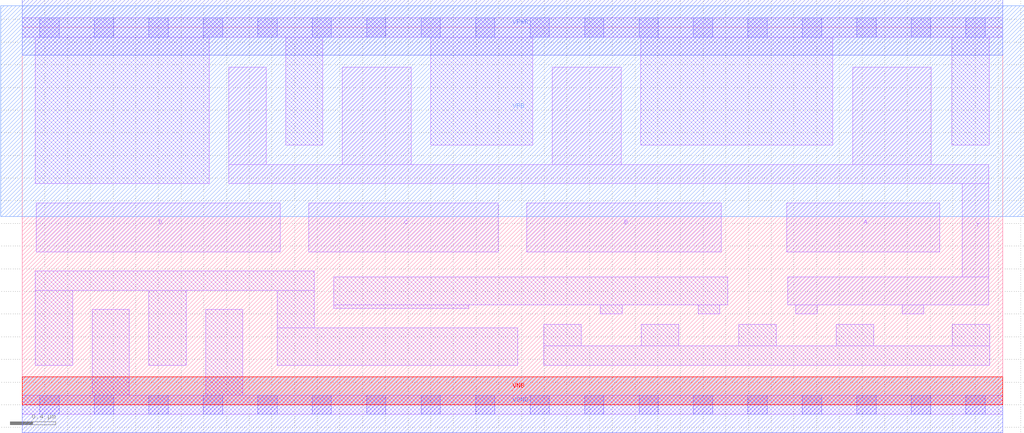
<source format=lef>
# Copyright 2020 The SkyWater PDK Authors
#
# Licensed under the Apache License, Version 2.0 (the "License");
# you may not use this file except in compliance with the License.
# You may obtain a copy of the License at
#
#     https://www.apache.org/licenses/LICENSE-2.0
#
# Unless required by applicable law or agreed to in writing, software
# distributed under the License is distributed on an "AS IS" BASIS,
# WITHOUT WARRANTIES OR CONDITIONS OF ANY KIND, either express or implied.
# See the License for the specific language governing permissions and
# limitations under the License.
#
# SPDX-License-Identifier: Apache-2.0

VERSION 5.7 ;
  NOWIREEXTENSIONATPIN ON ;
  DIVIDERCHAR "/" ;
  BUSBITCHARS "[]" ;
MACRO sky130_fd_sc_ls__nand4_4
  CLASS CORE ;
  FOREIGN sky130_fd_sc_ls__nand4_4 ;
  ORIGIN  0.000000  0.000000 ;
  SIZE  8.640000 BY  3.330000 ;
  SYMMETRY X Y ;
  SITE unit ;
  PIN A
    ANTENNAGATEAREA  0.780000 ;
    DIRECTION INPUT ;
    USE SIGNAL ;
    PORT
      LAYER li1 ;
        RECT 6.735000 1.350000 8.085000 1.780000 ;
    END
  END A
  PIN B
    ANTENNAGATEAREA  0.780000 ;
    DIRECTION INPUT ;
    USE SIGNAL ;
    PORT
      LAYER li1 ;
        RECT 4.445000 1.350000 6.160000 1.780000 ;
    END
  END B
  PIN C
    ANTENNAGATEAREA  0.780000 ;
    DIRECTION INPUT ;
    USE SIGNAL ;
    PORT
      LAYER li1 ;
        RECT 2.525000 1.350000 4.195000 1.780000 ;
    END
  END C
  PIN D
    ANTENNAGATEAREA  0.780000 ;
    DIRECTION INPUT ;
    USE SIGNAL ;
    PORT
      LAYER li1 ;
        RECT 0.125000 1.350000 2.275000 1.780000 ;
    END
  END D
  PIN VNB
    PORT
      LAYER pwell ;
        RECT 0.000000 0.000000 8.640000 0.245000 ;
    END
  END VNB
  PIN VPB
    PORT
      LAYER nwell ;
        RECT -0.190000 1.660000 8.830000 3.520000 ;
    END
  END VPB
  PIN Y
    ANTENNADIFFAREA  3.321600 ;
    DIRECTION OUTPUT ;
    USE SIGNAL ;
    PORT
      LAYER li1 ;
        RECT 1.820000 1.950000 8.515000 2.120000 ;
        RECT 1.820000 2.120000 2.150000 2.980000 ;
        RECT 2.820000 2.120000 3.430000 2.980000 ;
        RECT 4.670000 2.120000 5.280000 2.980000 ;
        RECT 6.745000 0.880000 8.515000 1.130000 ;
        RECT 6.815000 0.800000 7.005000 0.880000 ;
        RECT 7.320000 2.120000 8.010000 2.980000 ;
        RECT 7.755000 0.800000 7.945000 0.880000 ;
        RECT 8.285000 1.130000 8.515000 1.950000 ;
    END
  END Y
  PIN VGND
    DIRECTION INOUT ;
    SHAPE ABUTMENT ;
    USE GROUND ;
    PORT
      LAYER met1 ;
        RECT 0.000000 -0.245000 8.640000 0.245000 ;
    END
  END VGND
  PIN VPWR
    DIRECTION INOUT ;
    SHAPE ABUTMENT ;
    USE POWER ;
    PORT
      LAYER met1 ;
        RECT 0.000000 3.085000 8.640000 3.575000 ;
    END
  END VPWR
  OBS
    LAYER li1 ;
      RECT 0.000000 -0.085000 8.640000 0.085000 ;
      RECT 0.000000  3.245000 8.640000 3.415000 ;
      RECT 0.115000  0.350000 0.445000 1.010000 ;
      RECT 0.115000  1.010000 2.575000 1.180000 ;
      RECT 0.115000  1.950000 1.650000 3.245000 ;
      RECT 0.615000  0.085000 0.945000 0.840000 ;
      RECT 1.115000  0.350000 1.445000 1.010000 ;
      RECT 1.615000  0.085000 1.945000 0.840000 ;
      RECT 2.245000  0.350000 4.365000 0.680000 ;
      RECT 2.245000  0.680000 2.575000 1.010000 ;
      RECT 2.320000  2.290000 2.650000 3.245000 ;
      RECT 2.745000  0.850000 3.935000 0.880000 ;
      RECT 2.745000  0.880000 6.215000 1.130000 ;
      RECT 3.600000  2.290000 4.500000 3.245000 ;
      RECT 4.595000  0.350000 8.525000 0.520000 ;
      RECT 4.595000  0.520000 4.925000 0.710000 ;
      RECT 5.095000  0.800000 5.285000 0.880000 ;
      RECT 5.450000  2.290000 7.140000 3.245000 ;
      RECT 5.455000  0.520000 5.785000 0.710000 ;
      RECT 5.955000  0.800000 6.145000 0.880000 ;
      RECT 6.315000  0.520000 6.645000 0.710000 ;
      RECT 7.175000  0.520000 7.505000 0.710000 ;
      RECT 8.190000  2.290000 8.520000 3.245000 ;
      RECT 8.195000  0.520000 8.525000 0.710000 ;
    LAYER mcon ;
      RECT 0.155000 -0.085000 0.325000 0.085000 ;
      RECT 0.155000  3.245000 0.325000 3.415000 ;
      RECT 0.635000 -0.085000 0.805000 0.085000 ;
      RECT 0.635000  3.245000 0.805000 3.415000 ;
      RECT 1.115000 -0.085000 1.285000 0.085000 ;
      RECT 1.115000  3.245000 1.285000 3.415000 ;
      RECT 1.595000 -0.085000 1.765000 0.085000 ;
      RECT 1.595000  3.245000 1.765000 3.415000 ;
      RECT 2.075000 -0.085000 2.245000 0.085000 ;
      RECT 2.075000  3.245000 2.245000 3.415000 ;
      RECT 2.555000 -0.085000 2.725000 0.085000 ;
      RECT 2.555000  3.245000 2.725000 3.415000 ;
      RECT 3.035000 -0.085000 3.205000 0.085000 ;
      RECT 3.035000  3.245000 3.205000 3.415000 ;
      RECT 3.515000 -0.085000 3.685000 0.085000 ;
      RECT 3.515000  3.245000 3.685000 3.415000 ;
      RECT 3.995000 -0.085000 4.165000 0.085000 ;
      RECT 3.995000  3.245000 4.165000 3.415000 ;
      RECT 4.475000 -0.085000 4.645000 0.085000 ;
      RECT 4.475000  3.245000 4.645000 3.415000 ;
      RECT 4.955000 -0.085000 5.125000 0.085000 ;
      RECT 4.955000  3.245000 5.125000 3.415000 ;
      RECT 5.435000 -0.085000 5.605000 0.085000 ;
      RECT 5.435000  3.245000 5.605000 3.415000 ;
      RECT 5.915000 -0.085000 6.085000 0.085000 ;
      RECT 5.915000  3.245000 6.085000 3.415000 ;
      RECT 6.395000 -0.085000 6.565000 0.085000 ;
      RECT 6.395000  3.245000 6.565000 3.415000 ;
      RECT 6.875000 -0.085000 7.045000 0.085000 ;
      RECT 6.875000  3.245000 7.045000 3.415000 ;
      RECT 7.355000 -0.085000 7.525000 0.085000 ;
      RECT 7.355000  3.245000 7.525000 3.415000 ;
      RECT 7.835000 -0.085000 8.005000 0.085000 ;
      RECT 7.835000  3.245000 8.005000 3.415000 ;
      RECT 8.315000 -0.085000 8.485000 0.085000 ;
      RECT 8.315000  3.245000 8.485000 3.415000 ;
  END
END sky130_fd_sc_ls__nand4_4
END LIBRARY

</source>
